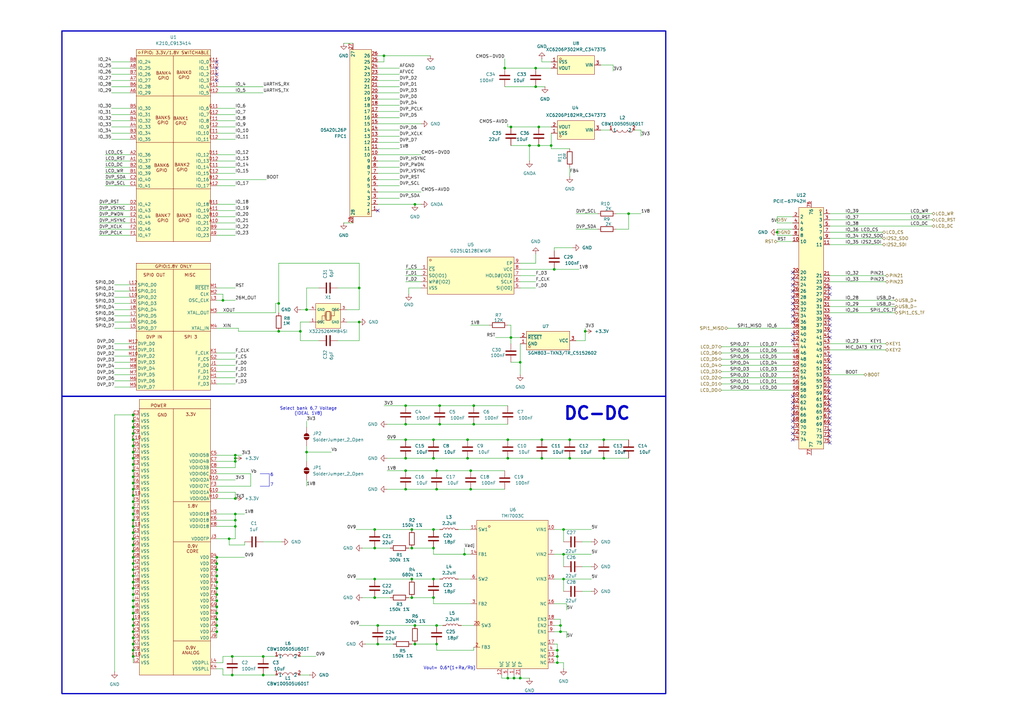
<source format=kicad_sch>
(kicad_sch (version 20250114) (generator "eeschema") (generator_version "9.0")
  (paper "A3")
  (rectangle (start 25.4 12.7) (end 273.05 162.56) (stroke (width 0.508)))
  (rectangle (start 25.4 162.56) (end 273.05 284.48) (stroke (width 0.508)))
  (text "6\n\n7\n" (at 111.506 196.85 0) (effects (font (size 1.27 1.27))))
  (text "Select bank 6,7 Voltage\n(IDEAL 1V8)" (at 126.492 168.656 0) (effects (font (size 1.27 1.27))))
  (text "DC-DC" (at 244.856 169.672 0) (effects (font (size 5.08 5.08) (thickness 1.016) (bold yes))))
  (text "Vout= 0.6*(1+Ra/Rb)" (at 184.404 274.066 0) (effects (font (size 1.27 1.27))))
  (junction (at 54.61 236.22))
  (junction (at 233.68 180.34))
  (junction (at 96.52 213.36))
  (junction (at 88.9 231.14))
  (junction (at 168.91 217.17))
  (junction (at 177.8 237.49))
  (junction (at 208.28 180.34))
  (junction (at 54.61 266.7))
  (junction (at 170.18 83.82))
  (junction (at 318.77 95.25))
  (junction (at 147.32 132.08))
  (junction (at 228.6 266.7))
  (junction (at 208.28 187.96))
  (junction (at 88.9 259.08))
  (junction (at 125.73 127))
  (junction (at 207.01 27.94))
  (junction (at 54.61 180.34))
  (junction (at 168.91 245.11))
  (junction (at 54.61 261.62))
  (junction (at 153.67 224.79))
  (junction (at 177.8 217.17))
  (junction (at 54.61 241.3))
  (junction (at 88.9 254))
  (junction (at 194.31 173.99))
  (junction (at 107.95 276.86))
  (junction (at 208.28 278.13))
  (junction (at 88.9 251.46))
  (junction (at 96.52 204.47))
  (junction (at 54.61 233.68))
  (junction (at 210.82 278.13))
  (junction (at 88.9 241.3))
  (junction (at 54.61 218.44))
  (junction (at 54.61 220.98))
  (junction (at 54.61 193.04))
  (junction (at 166.37 193.04))
  (junction (at 54.61 200.66))
  (junction (at 54.61 185.42))
  (junction (at 54.61 175.26))
  (junction (at 54.61 226.06))
  (junction (at 180.34 173.99))
  (junction (at 257.81 87.63))
  (junction (at 93.98 220.98))
  (junction (at 177.8 187.96))
  (junction (at 88.9 236.22))
  (junction (at 54.61 203.2))
  (junction (at 247.65 180.34))
  (junction (at 54.61 264.16))
  (junction (at 247.65 187.96))
  (junction (at 107.95 269.24))
  (junction (at 179.07 256.54))
  (junction (at 190.5 227.33))
  (junction (at 219.71 27.94))
  (junction (at 168.91 237.49))
  (junction (at 166.37 187.96))
  (junction (at 170.18 264.16))
  (junction (at 54.61 246.38))
  (junction (at 222.25 180.34))
  (junction (at 54.61 259.08))
  (junction (at 147.32 118.11))
  (junction (at 54.61 190.5))
  (junction (at 166.37 200.66))
  (junction (at 166.37 166.37))
  (junction (at 226.06 59.69))
  (junction (at 54.61 251.46))
  (junction (at 54.61 170.18))
  (junction (at 54.61 205.74))
  (junction (at 88.9 248.92))
  (junction (at 88.9 238.76))
  (junction (at 179.07 200.66))
  (junction (at 54.61 208.28))
  (junction (at 54.61 243.84))
  (junction (at 180.34 166.37))
  (junction (at 153.67 217.17))
  (junction (at 179.07 264.16))
  (junction (at 153.67 245.11))
  (junction (at 229.87 259.08))
  (junction (at 54.61 256.54))
  (junction (at 54.61 254))
  (junction (at 191.77 187.96))
  (junction (at 194.31 166.37))
  (junction (at 114.3 124.46))
  (junction (at 54.61 269.24))
  (junction (at 168.91 224.79))
  (junction (at 88.9 233.68))
  (junction (at 95.25 276.86))
  (junction (at 54.61 177.8))
  (junction (at 191.77 180.34))
  (junction (at 193.04 200.66))
  (junction (at 54.61 213.36))
  (junction (at 88.9 243.84))
  (junction (at 213.36 278.13))
  (junction (at 217.17 59.69))
  (junction (at 95.25 269.24))
  (junction (at 96.52 215.9))
  (junction (at 96.52 189.23))
  (junction (at 227.33 110.49))
  (junction (at 231.14 237.49))
  (junction (at 54.61 238.76))
  (junction (at 123.19 135.89))
  (junction (at 88.9 256.54))
  (junction (at 219.71 35.56))
  (junction (at 193.04 193.04))
  (junction (at 54.61 228.6))
  (junction (at 125.73 185.42))
  (junction (at 157.48 22.86))
  (junction (at 240.03 135.89))
  (junction (at 229.87 256.54))
  (junction (at 88.9 246.38))
  (junction (at 54.61 172.72))
  (junction (at 177.8 245.11))
  (junction (at 209.55 52.07))
  (junction (at 54.61 198.12))
  (junction (at 177.8 180.34))
  (junction (at 153.67 237.49))
  (junction (at 222.25 187.96))
  (junction (at 54.61 248.92))
  (junction (at 233.68 187.96))
  (junction (at 220.98 52.07))
  (junction (at 54.61 195.58))
  (junction (at 96.52 210.82))
  (junction (at 166.37 180.34))
  (junction (at 54.61 210.82))
  (junction (at 228.6 269.24))
  (junction (at 54.61 215.9))
  (junction (at 114.3 135.89))
  (junction (at 213.36 148.59))
  (junction (at 231.14 217.17))
  (junction (at 177.8 224.79))
  (junction (at 166.37 173.99))
  (junction (at 96.52 186.69))
  (junction (at 154.94 256.54))
  (junction (at 88.9 228.6))
  (junction (at 54.61 182.88))
  (junction (at 154.94 264.16))
  (junction (at 209.55 138.43))
  (junction (at 231.14 227.33))
  (junction (at 170.18 256.54))
  (junction (at 179.07 193.04))
  (junction (at 54.61 231.14))
  (junction (at 228.6 271.78))
  (junction (at 96.52 187.96))
  (junction (at 220.98 59.69))
  (junction (at 91.44 123.19))
  (junction (at 54.61 187.96))
  (junction (at 54.61 223.52))
  (no_connect (at 340.36 181.61))
  (no_connect (at 325.12 127))
  (no_connect (at 340.36 163.83))
  (no_connect (at 325.12 170.18))
  (no_connect (at 325.12 180.34))
  (no_connect (at 325.12 175.26))
  (no_connect (at 340.36 118.11))
  (no_connect (at 340.36 135.89))
  (no_connect (at 325.12 132.08))
  (no_connect (at 325.12 167.64))
  (no_connect (at 340.36 148.59))
  (no_connect (at 340.36 173.99))
  (no_connect (at 325.12 177.8))
  (no_connect (at 340.36 156.21))
  (no_connect (at 340.36 176.53))
  (no_connect (at 340.36 146.05))
  (no_connect (at 88.9 27.94))
  (no_connect (at 88.9 33.02))
  (no_connect (at 340.36 168.91))
  (no_connect (at 325.12 165.1))
  (no_connect (at 340.36 151.13))
  (no_connect (at 340.36 130.81))
  (no_connect (at 325.12 172.72))
  (no_connect (at 325.12 129.54))
  (no_connect (at 340.36 166.37))
  (no_connect (at 340.36 120.65))
  (no_connect (at 340.36 179.07))
  (no_connect (at 340.36 133.35))
  (no_connect (at 340.36 161.29))
  (no_connect (at 325.12 162.56))
  (no_connect (at 340.36 158.75))
  (no_connect (at 325.12 116.84))
  (no_connect (at 325.12 137.16))
  (no_connect (at 325.12 119.38))
  (no_connect (at 325.12 121.92))
  (no_connect (at 340.36 171.45))
  (no_connect (at 88.9 25.4))
  (no_connect (at 325.12 139.7))
  (no_connect (at 340.36 138.43))
  (no_connect (at 154.94 86.36))
  (no_connect (at 325.12 124.46))
  (no_connect (at 88.9 30.48))
  (no_connect (at 325.12 111.76))
  (no_connect (at 325.12 114.3))
  (wire (pts (xy 177.8 180.34) (xy 191.77 180.34)))
  (wire (pts (xy 46.99 170.18) (xy 54.61 170.18)))
  (wire (pts (xy 167.64 120.65) (xy 167.64 118.11)))
  (wire (pts (xy 217.17 278.13) (xy 213.36 278.13)))
  (wire (pts (xy 54.61 200.66) (xy 54.61 198.12)))
  (wire (pts (xy 45.72 49.53) (xy 53.34 49.53)))
  (wire (pts (xy 219.71 35.56) (xy 207.01 35.56)))
  (wire (pts (xy 177.8 227.33) (xy 177.8 224.79)))
  (wire (pts (xy 251.46 26.67) (xy 251.46 29.21)))
  (wire (pts (xy 125.73 182.88) (xy 125.73 185.42)))
  (wire (pts (xy 88.9 210.82) (xy 96.52 210.82)))
  (wire (pts (xy 295.91 149.86) (xy 325.12 149.86)))
  (wire (pts (xy 177.8 187.96) (xy 191.77 187.96)))
  (wire (pts (xy 97.79 134.62) (xy 97.79 135.89)))
  (wire (pts (xy 217.17 59.69) (xy 217.17 66.04)))
  (wire (pts (xy 318.77 91.44) (xy 325.12 91.44)))
  (wire (pts (xy 154.94 33.02) (xy 163.83 33.02)))
  (wire (pts (xy 205.74 278.13) (xy 208.28 278.13)))
  (wire (pts (xy 46.99 124.46) (xy 53.34 124.46)))
  (wire (pts (xy 187.96 237.49) (xy 193.04 237.49)))
  (wire (pts (xy 54.61 208.28) (xy 54.61 205.74)))
  (wire (pts (xy 213.36 115.57) (xy 219.71 115.57)))
  (wire (pts (xy 226.06 54.61) (xy 226.06 59.69)))
  (wire (pts (xy 95.25 269.24) (xy 107.95 269.24)))
  (wire (pts (xy 194.31 173.99) (xy 208.28 173.99)))
  (wire (pts (xy 88.9 228.6) (xy 88.9 231.14)))
  (wire (pts (xy 190.5 224.79) (xy 190.5 227.33)))
  (wire (pts (xy 219.71 107.95) (xy 219.71 104.14)))
  (wire (pts (xy 123.19 269.24) (xy 129.54 269.24)))
  (wire (pts (xy 154.94 50.8) (xy 172.72 50.8)))
  (wire (pts (xy 88.9 49.53) (xy 96.52 49.53)))
  (wire (pts (xy 88.9 274.32) (xy 91.44 274.32)))
  (wire (pts (xy 54.61 248.92) (xy 54.61 246.38)))
  (wire (pts (xy 54.61 261.62) (xy 54.61 259.08)))
  (wire (pts (xy 252.73 87.63) (xy 257.81 87.63)))
  (wire (pts (xy 153.67 237.49) (xy 168.91 237.49)))
  (wire (pts (xy 251.46 26.67) (xy 246.38 26.67)))
  (wire (pts (xy 340.36 92.71) (xy 382.27 92.71)))
  (wire (pts (xy 154.94 25.4) (xy 157.48 25.4)))
  (wire (pts (xy 114.3 135.89) (xy 123.19 135.89)))
  (wire (pts (xy 340.36 115.57) (xy 363.22 115.57)))
  (wire (pts (xy 113.03 128.27) (xy 113.03 124.46)))
  (wire (pts (xy 223.52 35.56) (xy 219.71 35.56)))
  (wire (pts (xy 46.99 140.97) (xy 53.34 140.97)))
  (wire (pts (xy 154.94 66.04) (xy 163.83 66.04)))
  (wire (pts (xy 166.37 110.49) (xy 172.72 110.49)))
  (wire (pts (xy 140.97 91.44) (xy 144.78 91.44)))
  (wire (pts (xy 46.99 127) (xy 53.34 127)))
  (wire (pts (xy 229.87 259.08) (xy 232.41 259.08)))
  (wire (pts (xy 220.98 52.07) (xy 226.06 52.07)))
  (wire (pts (xy 96.52 54.61) (xy 88.9 54.61)))
  (wire (pts (xy 43.18 76.2) (xy 53.34 76.2)))
  (wire (pts (xy 88.9 213.36) (xy 96.52 213.36)))
  (wire (pts (xy 40.64 86.36) (xy 53.34 86.36)))
  (wire (pts (xy 46.99 156.21) (xy 53.34 156.21)))
  (wire (pts (xy 213.36 113.03) (xy 219.71 113.03)))
  (wire (pts (xy 246.38 53.34) (xy 250.19 53.34)))
  (wire (pts (xy 193.04 247.65) (xy 177.8 247.65)))
  (wire (pts (xy 88.9 254) (xy 88.9 256.54)))
  (wire (pts (xy 54.61 246.38) (xy 54.61 243.84)))
  (wire (pts (xy 54.61 205.74) (xy 54.61 203.2)))
  (wire (pts (xy 231.14 271.78) (xy 231.14 274.32)))
  (wire (pts (xy 88.9 201.93) (xy 96.52 201.93)))
  (wire (pts (xy 45.72 33.02) (xy 53.34 33.02)))
  (wire (pts (xy 147.32 256.54) (xy 154.94 256.54)))
  (wire (pts (xy 107.95 269.24) (xy 113.03 269.24)))
  (wire (pts (xy 96.52 201.93) (xy 96.52 204.47)))
  (wire (pts (xy 123.19 276.86) (xy 127 276.86)))
  (wire (pts (xy 154.94 48.26) (xy 163.83 48.26)))
  (wire (pts (xy 208.28 278.13) (xy 208.28 276.86)))
  (wire (pts (xy 166.37 113.03) (xy 172.72 113.03)))
  (wire (pts (xy 233.68 68.58) (xy 233.68 72.39)))
  (wire (pts (xy 54.61 223.52) (xy 54.61 220.98)))
  (wire (pts (xy 340.36 95.25) (xy 361.95 95.25)))
  (wire (pts (xy 40.64 91.44) (xy 53.34 91.44)))
  (wire (pts (xy 54.61 203.2) (xy 54.61 200.66)))
  (wire (pts (xy 146.05 237.49) (xy 153.67 237.49)))
  (wire (pts (xy 96.52 52.07) (xy 88.9 52.07)))
  (wire (pts (xy 340.36 128.27) (xy 367.03 128.27)))
  (wire (pts (xy 318.77 96.52) (xy 325.12 96.52)))
  (wire (pts (xy 295.91 152.4) (xy 325.12 152.4)))
  (wire (pts (xy 107.95 276.86) (xy 113.03 276.86)))
  (wire (pts (xy 96.52 57.15) (xy 88.9 57.15)))
  (wire (pts (xy 147.32 118.11) (xy 147.32 127)))
  (wire (pts (xy 193.04 133.35) (xy 200.66 133.35)))
  (wire (pts (xy 88.9 157.48) (xy 96.52 157.48)))
  (wire (pts (xy 208.28 50.8) (xy 208.28 52.07)))
  (wire (pts (xy 88.9 231.14) (xy 88.9 233.68)))
  (wire (pts (xy 170.18 256.54) (xy 179.07 256.54)))
  (wire (pts (xy 46.99 119.38) (xy 53.34 119.38)))
  (wire (pts (xy 228.6 269.24) (xy 228.6 266.7)))
  (wire (pts (xy 91.44 276.86) (xy 91.44 274.32)))
  (wire (pts (xy 247.65 187.96) (xy 257.81 187.96)))
  (wire (pts (xy 168.91 264.16) (xy 170.18 264.16)))
  (wire (pts (xy 325.12 93.98) (xy 318.77 93.98)))
  (wire (pts (xy 232.41 259.08) (xy 232.41 261.62)))
  (wire (pts (xy 209.55 52.07) (xy 220.98 52.07)))
  (wire (pts (xy 54.61 220.98) (xy 54.61 218.44)))
  (wire (pts (xy 91.44 120.65) (xy 91.44 123.19)))
  (wire (pts (xy 228.6 264.16) (xy 227.33 264.16)))
  (wire (pts (xy 236.22 139.7) (xy 240.03 139.7)))
  (wire (pts (xy 154.94 45.72) (xy 163.83 45.72)))
  (wire (pts (xy 54.61 233.68) (xy 54.61 231.14)))
  (wire (pts (xy 147.32 127) (xy 142.24 127)))
  (wire (pts (xy 40.64 93.98) (xy 53.34 93.98)))
  (wire (pts (xy 54.61 177.8) (xy 54.61 175.26)))
  (wire (pts (xy 96.52 186.69) (xy 96.52 187.96)))
  (wire (pts (xy 40.64 83.82) (xy 53.34 83.82)))
  (wire (pts (xy 208.28 133.35) (xy 209.55 133.35)))
  (wire (pts (xy 234.95 101.6) (xy 227.33 101.6)))
  (wire (pts (xy 318.77 88.9) (xy 325.12 88.9)))
  (wire (pts (xy 142.24 132.08) (xy 147.32 132.08)))
  (wire (pts (xy 154.94 38.1) (xy 163.83 38.1)))
  (wire (pts (xy 233.68 187.96) (xy 247.65 187.96)))
  (wire (pts (xy 340.36 140.97) (xy 363.22 140.97)))
  (polyline (pts (xy 110.49 194.31) (xy 110.49 199.39)))
  (wire (pts (xy 154.94 81.28) (xy 163.83 81.28)))
  (wire (pts (xy 340.36 87.63) (xy 382.27 87.63)))
  (wire (pts (xy 226.06 59.69) (xy 226.06 60.96)))
  (wire (pts (xy 222.25 25.4) (xy 222.25 24.13)))
  (wire (pts (xy 88.9 128.27) (xy 113.03 128.27)))
  (wire (pts (xy 88.9 118.11) (xy 96.52 118.11)))
  (wire (pts (xy 222.25 180.34) (xy 233.68 180.34)))
  (wire (pts (xy 194.31 265.43) (xy 194.31 266.7)))
  (wire (pts (xy 54.61 256.54) (xy 54.61 254)))
  (wire (pts (xy 148.59 245.11) (xy 153.67 245.11)))
  (wire (pts (xy 88.9 248.92) (xy 88.9 251.46)))
  (wire (pts (xy 227.33 217.17) (xy 231.14 217.17)))
  (wire (pts (xy 247.65 180.34) (xy 257.81 180.34)))
  (wire (pts (xy 125.73 172.72) (xy 125.73 175.26)))
  (wire (pts (xy 46.99 148.59) (xy 53.34 148.59)))
  (wire (pts (xy 88.9 86.36) (xy 96.52 86.36)))
  (wire (pts (xy 114.3 124.46) (xy 114.3 128.27)))
  (wire (pts (xy 179.07 200.66) (xy 193.04 200.66)))
  (wire (pts (xy 229.87 259.08) (xy 229.87 256.54)))
  (wire (pts (xy 167.64 245.11) (xy 168.91 245.11)))
  (wire (pts (xy 157.48 25.4) (xy 157.48 22.86)))
  (wire (pts (xy 93.98 223.52) (xy 100.33 223.52)))
  (wire (pts (xy 125.73 196.85) (xy 125.73 199.39)))
  (wire (pts (xy 340.36 97.79) (xy 361.95 97.79)))
  (wire (pts (xy 229.87 256.54) (xy 229.87 254)))
  (wire (pts (xy 154.94 68.58) (xy 163.83 68.58)))
  (wire (pts (xy 107.95 222.25) (xy 115.57 222.25)))
  (wire (pts (xy 166.37 173.99) (xy 158.75 173.99)))
  (wire (pts (xy 208.28 187.96) (xy 222.25 187.96)))
  (wire (pts (xy 240.03 139.7) (xy 240.03 135.89)))
  (wire (pts (xy 88.9 144.78) (xy 96.52 144.78)))
  (wire (pts (xy 88.9 91.44) (xy 96.52 91.44)))
  (wire (pts (xy 88.9 71.12) (xy 96.52 71.12)))
  (wire (pts (xy 88.9 256.54) (xy 88.9 259.08)))
  (wire (pts (xy 203.2 138.43) (xy 209.55 138.43)))
  (wire (pts (xy 46.99 275.59) (xy 46.99 170.18)))
  (wire (pts (xy 154.94 53.34) (xy 163.83 53.34)))
  (wire (pts (xy 148.59 224.79) (xy 153.67 224.79)))
  (wire (pts (xy 340.36 100.33) (xy 361.95 100.33)))
  (wire (pts (xy 227.33 110.49) (xy 237.49 110.49)))
  (wire (pts (xy 228.6 271.78) (xy 228.6 269.24)))
  (wire (pts (xy 210.82 278.13) (xy 210.82 276.86)))
  (wire (pts (xy 154.94 264.16) (xy 161.29 264.16)))
  (wire (pts (xy 153.67 217.17) (xy 168.91 217.17)))
  (wire (pts (xy 54.61 251.46) (xy 54.61 248.92)))
  (wire (pts (xy 54.61 185.42) (xy 54.61 182.88)))
  (wire (pts (xy 222.25 25.4) (xy 226.06 25.4)))
  (wire (pts (xy 88.9 123.19) (xy 91.44 123.19)))
  (wire (pts (xy 298.45 134.62) (xy 325.12 134.62)))
  (wire (pts (xy 54.61 254) (xy 54.61 251.46)))
  (wire (pts (xy 179.07 266.7) (xy 179.07 264.16)))
  (wire (pts (xy 93.98 220.98) (xy 93.98 223.52)))
  (wire (pts (xy 177.8 237.49) (xy 180.34 237.49)))
  (wire (pts (xy 193.04 200.66) (xy 207.01 200.66)))
  (wire (pts (xy 191.77 180.34) (xy 208.28 180.34)))
  (wire (pts (xy 168.91 237.49) (xy 177.8 237.49)))
  (wire (pts (xy 88.9 241.3) (xy 88.9 243.84)))
  (wire (pts (xy 154.94 63.5) (xy 172.72 63.5)))
  (wire (pts (xy 88.9 236.22) (xy 88.9 238.76)))
  (wire (pts (xy 227.33 271.78) (xy 228.6 271.78)))
  (wire (pts (xy 166.37 193.04) (xy 179.07 193.04)))
  (wire (pts (xy 177.8 217.17) (xy 180.34 217.17)))
  (wire (pts (xy 88.9 233.68) (xy 88.9 236.22)))
  (wire (pts (xy 125.73 185.42) (xy 125.73 189.23)))
  (wire (pts (xy 209.55 148.59) (xy 213.36 148.59)))
  (wire (pts (xy 146.05 217.17) (xy 153.67 217.17)))
  (wire (pts (xy 231.14 222.25) (xy 231.14 217.17)))
  (wire (pts (xy 232.41 247.65) (xy 232.41 250.19)))
  (wire (pts (xy 166.37 115.57) (xy 172.72 115.57)))
  (wire (pts (xy 238.76 222.25) (xy 242.57 222.25)))
  (wire (pts (xy 260.35 53.34) (xy 262.89 53.34)))
  (wire (pts (xy 180.34 166.37) (xy 194.31 166.37)))
  (wire (pts (xy 95.25 276.86) (xy 91.44 276.86)))
  (wire (pts (xy 295.91 157.48) (xy 325.12 157.48)))
  (wire (pts (xy 96.52 210.82) (xy 96.52 213.36)))
  (wire (pts (xy 138.43 139.7) (xy 147.32 139.7)))
  (wire (pts (xy 238.76 232.41) (xy 242.57 232.41)))
  (wire (pts (xy 154.94 55.88) (xy 163.83 55.88)))
  (wire (pts (xy 88.9 149.86) (xy 96.52 149.86)))
  (wire (pts (xy 54.61 213.36) (xy 54.61 210.82)))
  (wire (pts (xy 158.75 180.34) (xy 166.37 180.34)))
  (wire (pts (xy 177.8 247.65) (xy 177.8 245.11)))
  (wire (pts (xy 113.03 124.46) (xy 114.3 124.46)))
  (wire (pts (xy 227.33 259.08) (xy 229.87 259.08)))
  (wire (pts (xy 340.36 123.19) (xy 367.03 123.19)))
  (wire (pts (xy 208.28 180.34) (xy 222.25 180.34)))
  (wire (pts (xy 227.33 256.54) (xy 229.87 256.54)))
  (wire (pts (xy 88.9 246.38) (xy 88.9 248.92)))
  (wire (pts (xy 205.74 276.86) (xy 205.74 278.13)))
  (wire (pts (xy 154.94 71.12) (xy 163.83 71.12)))
  (wire (pts (xy 154.94 256.54) (xy 170.18 256.54)))
  (wire (pts (xy 88.9 199.39) (xy 102.87 199.39)))
  (wire (pts (xy 231.14 237.49) (xy 242.57 237.49)))
  (wire (pts (xy 228.6 266.7) (xy 228.6 264.16)))
  (wire (pts (xy 180.34 173.99) (xy 194.31 173.99)))
  (wire (pts (xy 257.81 87.63) (xy 257.81 93.98)))
  (wire (pts (xy 123.19 127) (xy 125.73 127)))
  (wire (pts (xy 228.6 271.78) (xy 231.14 271.78)))
  (wire (pts (xy 193.04 193.04) (xy 207.01 193.04)))
  (wire (pts (xy 227.33 237.49) (xy 231.14 237.49)))
  (wire (pts (xy 43.18 73.66) (xy 53.34 73.66)))
  (wire (pts (xy 318.77 95.25) (xy 318.77 96.52)))
  (wire (pts (xy 45.72 54.61) (xy 53.34 54.61)))
  (wire (pts (xy 54.61 264.16) (xy 54.61 261.62)))
  (wire (pts (xy 46.99 132.08) (xy 53.34 132.08)))
  (wire (pts (xy 193.04 227.33) (xy 190.5 227.33)))
  (wire (pts (xy 40.64 96.52) (xy 53.34 96.52)))
  (wire (pts (xy 88.9 186.69) (xy 96.52 186.69)))
  (wire (pts (xy 88.9 243.84) (xy 88.9 246.38)))
  (wire (pts (xy 88.9 35.56) (xy 107.95 35.56)))
  (wire (pts (xy 88.9 196.85) (xy 96.52 196.85)))
  (wire (pts (xy 88.9 204.47) (xy 96.52 204.47)))
  (wire (pts (xy 154.94 35.56) (xy 163.83 35.56)))
  (wire (pts (xy 213.36 110.49) (xy 227.33 110.49)))
  (wire (pts (xy 154.94 76.2) (xy 163.83 76.2)))
  (wire (pts (xy 95.25 276.86) (xy 107.95 276.86)))
  (wire (pts (xy 213.36 107.95) (xy 219.71 107.95)))
  (wire (pts (xy 208.28 278.13) (xy 210.82 278.13)))
  (wire (pts (xy 295.91 160.02) (xy 325.12 160.02)))
  (wire (pts (xy 46.99 151.13) (xy 53.34 151.13)))
  (wire (pts (xy 318.77 88.9) (xy 318.77 91.44)))
  (wire (pts (xy 227.33 101.6) (xy 227.33 102.87)))
  (wire (pts (xy 295.91 144.78) (xy 325.12 144.78)))
  (wire (pts (xy 88.9 194.31) (xy 102.87 194.31)))
  (wire (pts (xy 88.9 189.23) (xy 96.52 189.23)))
  (wire (pts (xy 168.91 245.11) (xy 177.8 245.11)))
  (wire (pts (xy 147.32 118.11) (xy 147.32 107.95)))
  (wire (pts (xy 207.01 24.13) (xy 207.01 27.94)))
  (wire (pts (xy 153.67 245.11) (xy 160.02 245.11)))
  (wire (pts (xy 154.94 40.64) (xy 163.83 40.64)))
  (wire (pts (xy 88.9 220.98) (xy 93.98 220.98)))
  (wire (pts (xy 209.55 138.43) (xy 213.36 138.43)))
  (wire (pts (xy 43.18 66.04) (xy 53.34 66.04)))
  (wire (pts (xy 154.94 73.66) (xy 163.83 73.66)))
  (wire (pts (xy 154.94 78.74) (xy 172.72 78.74)))
  (wire (pts (xy 54.61 210.82) (xy 54.61 208.28)))
  (wire (pts (xy 138.43 118.11) (xy 147.32 118.11)))
  (wire (pts (xy 229.87 254) (xy 227.33 254)))
  (wire (pts (xy 45.72 38.1) (xy 53.34 38.1)))
  (wire (pts (xy 54.61 182.88) (xy 54.61 180.34)))
  (wire (pts (xy 54.61 271.78) (xy 54.61 269.24)))
  (wire (pts (xy 209.55 133.35) (xy 209.55 138.43)))
  (wire (pts (xy 227.33 247.65) (xy 232.41 247.65)))
  (wire (pts (xy 88.9 228.6) (xy 100.33 228.6)))
  (wire (pts (xy 40.64 88.9) (xy 53.34 88.9)))
  (wire (pts (xy 154.94 83.82) (xy 170.18 83.82)))
  (wire (pts (xy 127 127) (xy 125.73 127)))
  (wire (pts (xy 54.61 241.3) (xy 54.61 238.76)))
  (wire (pts (xy 88.9 134.62) (xy 97.79 134.62)))
  (wire (pts (xy 96.52 215.9) (xy 96.52 220.98)))
  (wire (pts (xy 123.19 139.7) (xy 123.19 135.89)))
  (wire (pts (xy 96.52 220.98) (xy 93.98 220.98)))
  (wire (pts (xy 227.33 227.33) (xy 231.14 227.33)))
  (wire (pts (xy 127 132.08) (xy 123.19 132.08)))
  (wire (pts (xy 88.9 152.4) (xy 96.52 152.4)))
  (wire (pts (xy 157.48 166.37) (xy 166.37 166.37)))
  (wire (pts (xy 220.98 59.69) (xy 226.06 59.69)))
  (wire (pts (xy 54.61 187.96) (xy 54.61 185.42)))
  (wire (pts (xy 54.61 236.22) (xy 54.61 233.68)))
  (wire (pts (xy 240.03 135.89) (xy 240.03 134.62)))
  (wire (pts (xy 295.91 147.32) (xy 325.12 147.32)))
  (wire (pts (xy 226.06 27.94) (xy 219.71 27.94)))
  (wire (pts (xy 233.68 180.34) (xy 247.65 180.34)))
  (wire (pts (xy 45.72 44.45) (xy 53.34 44.45)))
  (wire (pts (xy 100.33 223.52) (xy 100.33 222.25)))
  (wire (pts (xy 54.61 266.7) (xy 54.61 264.16)))
  (wire (pts (xy 340.36 153.67) (xy 354.33 153.67)))
  (wire (pts (xy 54.61 215.9) (xy 54.61 213.36)))
  (wire (pts (xy 88.9 68.58) (xy 96.52 68.58)))
  (wire (pts (xy 187.96 217.17) (xy 193.04 217.17)))
  (wire (pts (xy 88.9 73.66) (xy 109.22 73.66)))
  (wire (pts (xy 191.77 187.96) (xy 208.28 187.96)))
  (wire (pts (xy 154.94 58.42) (xy 163.83 58.42)))
  (wire (pts (xy 88.9 147.32) (xy 96.52 147.32)))
  (wire (pts (xy 88.9 154.94) (xy 96.52 154.94)))
  (wire (pts (xy 154.94 22.86) (xy 157.48 22.86)))
  (wire (pts (xy 43.18 63.5) (xy 53.34 63.5)))
  (wire (pts (xy 147.32 107.95) (xy 114.3 107.95)))
  (wire (pts (xy 96.52 187.96) (xy 96.52 189.23)))
  (wire (pts (xy 318.77 99.06) (xy 325.12 99.06)))
  (wire (pts (xy 45.72 52.07) (xy 53.34 52.07)))
  (wire (pts (xy 340.36 125.73) (xy 367.03 125.73)))
  (wire (pts (xy 295.91 154.94) (xy 325.12 154.94)))
  (wire (pts (xy 340.36 90.17) (xy 382.27 90.17)))
  (wire (pts (xy 168.91 217.17) (xy 177.8 217.17)))
  (wire (pts (xy 194.31 266.7) (xy 179.07 266.7)))
  (wire (pts (xy 167.64 224.79) (xy 168.91 224.79)))
  (wire (pts (xy 147.32 139.7) (xy 147.32 132.08)))
  (wire (pts (xy 158.75 193.04) (xy 166.37 193.04)))
  (wire (pts (xy 157.48 22.86) (xy 176.53 22.86)))
  (wire (pts (xy 88.9 120.65) (xy 91.44 120.65)))
  (wire (pts (xy 154.94 30.48) (xy 163.83 30.48)))
  (wire (pts (xy 96.52 189.23) (xy 96.52 191.77)))
  (wire (pts (xy 54.61 193.04) (xy 54.61 190.5)))
  (wire (pts (xy 166.37 187.96) (xy 158.75 187.96)))
  (wire (pts (xy 231.14 227.33) (xy 242.57 227.33)))
  (wire (pts (xy 88.9 215.9) (xy 96.52 215.9)))
  (wire (pts (xy 227.33 269.24) (xy 228.6 269.24)))
  (wire (pts (xy 213.36 118.11) (xy 219.71 118.11)))
  (wire (pts (xy 154.94 60.96) (xy 163.83 60.96)))
  (wire (pts (xy 100.33 210.82) (xy 96.52 210.82)))
  (wire (pts (xy 217.17 59.69) (xy 220.98 59.69)))
  (wire (pts (xy 179.07 256.54) (xy 181.61 256.54)))
  (wire (pts (xy 46.99 134.62) (xy 53.34 134.62)))
  (wire (pts (xy 88.9 191.77) (xy 96.52 191.77)))
  (wire (pts (xy 231.14 217.17) (xy 242.57 217.17)))
  (wire (pts (xy 46.99 129.54) (xy 53.34 129.54)))
  (wire (pts (xy 140.97 17.78) (xy 144.78 17.78)))
  (wire (pts (xy 54.61 259.08) (xy 54.61 256.54)))
  (polyline (pts (xy 106.68 194.31) (xy 110.49 194.31)))
  (wire (pts (xy 125.73 118.11) (xy 125.73 127)))
  (wire (pts (xy 45.72 35.56) (xy 53.34 35.56)))
  (wire (pts (xy 153.67 224.79) (xy 160.02 224.79)))
  (wire (pts (xy 88.9 83.82) (xy 96.52 83.82)))
  (wire (pts (xy 54.61 180.34) (xy 54.61 177.8)))
  (wire (pts (xy 54.61 190.5) (xy 54.61 187.96)))
  (wire (pts (xy 43.18 68.58) (xy 53.34 68.58)))
  (wire (pts (xy 88.9 96.52) (xy 96.52 96.52)))
  (wire (pts (xy 213.36 148.59) (xy 213.36 153.67)))
  (wire (pts (xy 227.33 266.7) (xy 228.6 266.7)))
  (wire (pts (xy 149.86 264.16) (xy 154.94 264.16)))
  (wire (pts (xy 88.9 259.08) (xy 88.9 261.62)))
  (wire (pts (xy 209.55 138.43) (xy 209.55 140.97)))
  (wire (pts (xy 170.18 264.16) (xy 179.07 264.16)))
  (wire (pts (xy 190.5 227.33) (xy 177.8 227.33)))
  (wire (pts (xy 222.25 187.96) (xy 233.68 187.96)))
  (wire (pts (xy 262.89 55.88) (xy 262.89 53.34)))
  (wire (pts (xy 88.9 88.9) (xy 96.52 88.9)))
  (polyline (pts (xy 106.68 199.39) (xy 110.49 199.39)))
  (wire (pts (xy 54.61 231.14) (xy 54.61 228.6)))
  (wire (pts (xy 238.76 242.57) (xy 242.57 242.57)))
  (wire (pts (xy 45.72 25.4) (xy 53.34 25.4)))
  (wire (pts (xy 45.72 27.94) (xy 53.34 27.94)))
  (wire (pts (xy 166.37 200.66) (xy 179.07 200.66)))
  (wire (pts (xy 96.52 186.69) (xy 99.06 186.69)))
  (wire (pts (xy 231.14 227.33) (xy 231.14 232.41)))
  (wire (pts (xy 88.9 46.99) (xy 96.52 46.99)))
  (wire (pts (xy 88.9 251.46) (xy 88.9 254)))
  (wire (pts (xy 123.19 135.89) (xy 123.19 132.08)))
  (wire (pts (xy 97.79 135.89) (xy 114.3 135.89)))
  (wire (pts (xy 295.91 142.24) (xy 325.12 142.24)))
  (wire (pts (xy 166.37 173.99) (xy 180.34 173.99)))
  (wire (pts (xy 166.37 166.37) (xy 180.34 166.37)))
  (wire (pts (xy 236.22 93.98) (xy 245.11 93.98)))
  (wire (pts (xy 170.18 83.82) (xy 172.72 83.82)))
  (wire (pts (xy 219.71 27.94) (xy 207.01 27.94)))
  (wire (pts (xy 54.61 195.58) (xy 54.61 193.04)))
  (wire (pts (xy 208.28 52.07) (xy 209.55 52.07)))
  (wire (pts (xy 46.99 158.75) (xy 53.34 158.75)))
  (wire (pts (xy 54.61 243.84) (xy 54.61 241.3)))
  (wire (pts (xy 46.99 121.92) (xy 53.34 121.92)))
  (wire (pts (xy 96.52 213.36) (xy 96.52 215.9)))
  (wire (pts (xy 43.18 71.12) (xy 53.34 71.12)))
  (wire (pts (xy 340.36 113.03) (xy 363.22 113.03)))
  (wire (pts (xy 210.82 278.13) (xy 213.36 278.13)))
  (wire (pts (xy 88.9 66.04) (xy 96.52 66.04)))
  (wire (pts (xy 45.72 57.15) (xy 53.34 57.15)))
  (wire (pts (xy 88.9 238.76) (xy 88.9 241.3)))
  (wire (pts (xy 54.61 226.06) (xy 54.61 223.52)))
  (wire (pts (xy 91.44 271.78) (xy 91.44 269.24)))
  (wire (pts (xy 166.37 180.34) (xy 177.8 180.34)))
  (wire (pts (xy 46.99 116.84) (xy 53.34 116.84)))
  (wire (pts (xy 88.9 271.78) (xy 91.44 271.78)))
  (wire (pts (xy 102.87 199.39) (xy 102.87 194.31)))
  (wire (pts (xy 96.52 123.19) (xy 91.44 123.19)))
  (wire (pts (xy 257.81 93.98) (xy 252.73 93.98)))
  (wire (pts (xy 166.37 200.66) (xy 158.75 200.66)))
  (wire (pts (xy 114.3 107.95) (xy 114.3 124.46)))
  (wire (pts (xy 231.14 237.49) (xy 231.14 242.57)))
  (wire (pts (xy 46.99 153.67) (xy 53.34 153.67)))
  (wire (pts (xy 340.36 143.51) (xy 363.22 143.51)))
  (wire (pts (xy 166.37 187.96) (xy 177.8 187.96)))
  (wire (pts (xy 88.9 63.5) (xy 96.52 63.5)))
  (wire (pts (xy 236.22 87.63) (xy 245.11 87.63)))
  (wire (pts (xy 54.61 228.6) (xy 54.61 226.06)))
  (wire (pts (xy 45.72 46.99) (xy 53.34 46.99)))
  (wire (pts (xy 167.64 118.11) (xy 172.72 118.11)))
  (wire (pts (xy 88.9 93.98) (xy 96.52 93.98)))
  (wire (pts (xy 154.94 27.94) (xy 163.83 27.94)))
  (wire (pts (xy 213.36 278.13) (xy 213.36 276.86)))
  (wire (pts (xy 154.94 43.18) (xy 163.83 43.18)))
  (wire (pts (xy 45.72 30.48) (xy 53.34 30.48)))
  (wire (pts (xy 46.99 143.51) (xy 53.34 143.51)))
  (wire (pts (xy 54.61 218.44) (xy 54.61 215.9)))
  (wire (pts (xy 46.99 146.05) (xy 53.34 146.05)))
  (wire (pts (xy 91.44 269.24) (xy 95.25 269.24)))
  (wire (pts (xy 168.91 224.79) (xy 177.8 224.79)))
  (wire (pts (xy 213.36 140.97) (xy 213.36 148.59)))
  (wire (pts (xy 189.23 256.54) (xy 194.31 256.54)))
  (wire (pts (xy 54.61 175.26) (xy 54.61 172.72)))
  (wire (pts (xy 194.31 166.37) (xy 208.28 166.37)))
  (wire (pts (xy 130.81 139.7) (xy 123.19 139.7)))
  (wire (pts (xy 179.07 193.04) (xy 193.04 193.04)))
  (wire (pts (xy 318.77 93.98) (xy 318.77 95.25)))
  (wire (pts (xy 135.89 185.42) (xy 125.73 185.42)))
  (wire (pts (xy 257.81 87.63) (xy 262.89 87.63)))
  (wire (pts (xy 209.55 59.69) (xy 217.17 59.69)))
  (wire (pts (xy 88.9 38.1) (xy 107.95 38.1)))
  (wire (pts (xy 226.06 60.96) (xy 233.68 60.96)))
  (wire (pts (xy 88.9 44.45) (xy 96.52 44.45)))
  (wire (pts (xy 54.61 172.72) (xy 54.61 170.18)))
  (wire (pts (xy 54.61 238.76) (xy 54.61 236.22)))
  (wire (pts (xy 88.9 76.2) (xy 96.52 76.2)))
  (wire (pts (xy 125.73 118.11) (xy 130.81 118.11)))
  (wire (pts (xy 54.61 198.12) (xy 54.61 195.58)))
  (wire (pts (xy 54.61 269.24) (xy 54.61 266.7)))
  (label "IO_12" (at 96.52 63.5 0))
  (label "LCD_D7" (at 318.77 142.24 180))
  (label "PIN23" (at 356.87 115.57 0))
  (label "IO_36" (at 346.71 95.25 0))
  (label "DVP_PCLK" (at 163.83 45.72 0))
  (label "LCD_DC" (at 373.38 92.71 0))
  (label "DVP_XCLK" (at 163.83 55.88 0))
  (label "FB4" (at 233.68 71.12 0))
  (label "SPI0_D0" (at 307.34 160.02 180))
  (label "LCD_WR" (at 373.38 87.63 0))
  (label "5V" (at 242.57 237.49 0))
  (label "0V9" (at 147.32 256.54 180))
  (label "SPI0_D5" (at 307.34 147.32 180))
  (label "F_CS" (at 166.37 110.49 0))
  (label "IO_17" (at 96.52 76.2 0))
  (label "3V3" (at 99.06 186.69 0))
  (label "3V3" (at 251.46 29.21 0))
  (label "SPI1_MISO" (at 312.42 134.62 180))
  (label "5V" (at 242.57 217.17 0))
  (label "0V9" (at 158.75 180.34 0))
  (label "SPI0_D5" (at 46.99 129.54 180))
  (label "IO_34" (at 346.71 97.79 0))
  (label "SPI1_CS_TF" (at 356.87 128.27 0))
  (label "DVP_D6" (at 163.83 53.34 0))
  (label "LCD_WR" (at 43.18 71.12 0))
  (label "IO_32" (at 346.71 113.03 0))
  (label "DVP_D4" (at 163.83 43.18 0))
  (label "SPI0_D0" (at 46.99 116.84 180))
  (label "IO_35" (at 346.71 100.33 0))
  (label "F_CS" (at 96.52 147.32 0))
  (label "LCD_RST" (at 373.38 90.17 0))
  (label "DVP_D5" (at 46.99 153.67 180))
  (label "LCD_DC" (at 43.18 68.58 0))
  (label "SPI0_D4" (at 307.34 149.86 180))
  (label "PIN21" (at 356.87 113.03 0))
  (label "F_D2" (at 96.52 154.94 0))
  (label "LCD_D2" (at 318.77 154.94 180))
  (label "IO_6" (at 318.77 134.62 180))
  (label "IO_5" (at 96.52 38.1 0))
  (label "DVP_PCLK" (at 40.64 96.52 0))
  (label "IO_29" (at 45.72 38.1 180))
  (label "3V3" (at 262.89 55.88 0))
  (label "IO_14" (at 96.52 68.58 0))
  (label "IO_6" (at 96.52 44.45 0))
  (label "IO_15" (at 96.52 71.12 0))
  (label "KEY2" (at 356.87 143.51 0))
  (label "IO_35" (at 45.72 57.15 180))
  (label "CMOS-AVDD" (at 208.28 50.8 180))
  (label "0V9" (at 129.54 269.24 0))
  (label "DVP_PWDN" (at 163.83 68.58 0))
  (label "RST" (at 96.52 118.11 0))
  (label "SPI0_D7" (at 307.34 142.24 180))
  (label "IO_23" (at 96.52 96.52 0))
  (label "IO_18" (at 96.52 83.82 0))
  (label "DVP_SCL" (at 163.83 76.2 0))
  (label "F_D0" (at 96.52 149.86 0))
  (label "F_D3" (at 219.71 113.03 0))
  (label "LCD_RST" (at 43.18 66.04 0))
  (label "XIN" (at 91.44 134.62 0))
  (label "1V8" (at 193.04 133.35 0))
  (label "SPI0_D2" (at 307.34 154.94 180))
  (label "DVP_PWDN" (at 40.64 88.9 0))
  (label "F_D0" (at 219.71 118.11 0))
  (label "5V" (at 232.41 261.62 0))
  (label "SPI0_D6" (at 46.99 132.08 180))
  (label "IO_31" (at 45.72 46.99 180))
  (label "DVP_HSYNC" (at 40.64 91.44 0))
  (label "LCD_D0" (at 318.77 160.02 180))
  (label "IO_28" (at 45.72 35.56 180))
  (label "RST" (at 318.77 99.06 0))
  (label "SPI0_D1" (at 307.34 157.48 180))
  (label "F_D2" (at 166.37 115.57 0))
  (label "IO_33" (at 346.71 115.57 0))
  (label "1V8" (at 158.75 193.04 0))
  (label "5V" (at 242.57 227.33 0))
  (label "SPI0_D2" (at 46.99 121.92 180))
  (label "DVP_D6" (at 46.99 156.21 180))
  (label "IO_8" (at 96.52 49.53 0))
  (label "BOOT" (at 351.79 153.67 180))
  (label "IO_26" (at 346.71 128.27 0))
  (label "DVP_VSYNC" (at 40.64 86.36 0))
  (label "DVP_D1" (at 163.83 35.56 0))
  (label "IO_11" (at 96.52 57.15 0))
  (label "IO_29" (at 346.71 125.73 0))
  (label "MIC_DAT3" (at 346.71 143.51 0))
  (label "XOUT" (at 91.44 128.27 0))
  (label "IO_34" (at 45.72 54.61 180))
  (label "SPI0_D3" (at 46.99 124.46 180))
  (label "IO_22" (at 96.52 93.98 0))
  (label "IO_28" (at 346.71 123.19 0))
  (label "3V3" (at 157.48 166.37 0))
  (label "USB_D-" (at 359.41 125.73 0))
  (label "DVP_D3" (at 46.99 148.59 180))
  (label "1V8" (at 100.33 210.82 0))
  (label "1V8" (at 125.73 199.39 0))
  (label "LCD_CS" (at 43.18 63.5 0))
  (label "DVP_SDA" (at 163.83 81.28 0))
  (label "CMOS-DVDD" (at 172.72 63.5 0))
  (label "DVP_D0" (at 46.99 140.97 180))
  (label "" (at 96.52 186.69 0))
  (label "IO_21" (at 96.52 91.44 0))
  (label "IO_19" (at 96.52 86.36 0))
  (label "IO_13" (at 96.52 66.04 0))
  (label "DVP_D0" (at 163.83 40.64 0))
  (label "0V9" (at 100.33 228.6 0))
  (label "DVP_D5" (at 163.83 48.26 0))
  (label "IO_10" (at 96.52 54.61 0))
  (label "0V9" (at 146.05 217.17 180))
  (label "DVP_XCLK" (at 40.64 93.98 0))
  (label "Vadj" (at 190.5 224.79 0))
  (label "1V8" (at 262.89 87.63 0))
  (label "IO_27" (at 45.72 33.02 180))
  (label "DVP_D1" (at 46.99 143.51 180))
  (label "IO_30" (at 45.72 44.45 180))
  (label "1V8" (at 163.83 60.96 0))
  (label "LCD_D4" (at 318.77 149.86 180))
  (label "LCD_D5" (at 318.77 147.32 180))
  (label "F_CLK" (at 96.52 144.78 0))
  (label "DVP_HSYNC" (at 163.83 66.04 0))
  (label "SPI0_D6" (at 307.34 144.78 180))
  (label "DVP_SDA" (at 43.18 73.66 0))
  (label "IO_4" (at 96.52 35.56 0))
  (label "3V3" (at 240.03 134.62 0))
  (label "LCD_D3" (at 318.77 152.4 180))
  (label "DVP_D4" (at 46.99 151.13 180))
  (label "SPI0_D3" (at 307.34 152.4 180))
  (label "KEY1" (at 356.87 140.97 0))
  (label "5V" (at 232.41 250.19 0))
  (label "DVP_RST" (at 40.64 83.82 0))
  (label "UARTHS_TX" (at 107.95 38.1 0))
  (label "CMOS-DVDD" (at 207.01 24.13 180))
  (label "IO_39" (at 346.71 87.63 0))
  (label "F_D1" (at 96.52 152.4 0))
  (label "SPI0_D7" (at 46.99 134.62 180))
  (label "I2S2_SDO" (at 353.06 97.79 0))
  (label "LCD_D6" (at 318.77 144.78 180))
  (label "IO_38" (at 346.71 92.71 0))
  (label "IO_9" (at 96.52 52.07 0))
  (label "AFGND" (at 163.83 27.94 0))
  (label "0V9" (at 146.05 237.49 180))
  (label "AFVCC" (at 163.83 30.48 0))
  (label "Vb" (at 135.89 185.42 0))
  (label "LCD_D1" (at 318.77 157.48 180))
  (label "IO_24" (at 45.72 25.4 180))
  (label "UARTHS_RX" (at 107.95 35.56 0))
  (label "3V3" (at 125.73 172.72 0))
  (label "DVP_SCL" (at 236.22 87.63 0))
  (label "3V3" (at 96.52 196.85 0))
  (label "IO_25" (at 45.72 27.94 180))
  (label "IO_26" (at 45.72 30.48 180))
  (label "DVP_VSYNC" (at 163.83 71.12 0))
  (label "IO_32" (at 45.72 49.53 180))
  (label "DVP_SDA" (at 236.22 93.98 0))
  (label "IO_7" (at 96.52 46.99 0))
  (label "LCD_CS" (at 353.06 95.25 0))
  (label "26M_OUT" (at 96.52 123.19 0))
  (label "I2S2_SDI" (at 353.06 100.33 0))
  (label "DVP_D2" (at 46.99 146.05 180))
  (label "IO_23" (at 346.71 140.97 0))
  (label "RST" (at 203.2 138.43 180))
  (label "F_D3" (at 96.52 157.48 0))
  (label "DVP_D7" (at 46.99 158.75 180))
  (label "BOOT" (at 109.22 73.66 0))
  (label "SPI0_D1" (at 46.99 119.38 180))
  (label "F_CLK" (at 219.71 115.57 0))
  (label "SPI0_D4" (at 46.99 127 180))
  (label "CMOS-AVDD" (at 172.72 78.74 0))
  (label "1V8" (at 237.49 110.49 0))
  (label "DVP_RST" (at 163.83 73.66 0))
  (label "IO_33" (at 45.72 52.07 180))
  (label "Vb" (at 102.87 194.31 0))
  (label "DVP_SCL" (at 43.18 76.2 0))
  (label "3V3" (at 96.52 204.47 0))
  (label "DVP_D3" (at 163.83 38.1 0))
  (label "DVP_D7" (at 163.83 58.42 0))
  (label "IO_20" (at 96.52 88.9 0))
  (label "5V" (at 318.77 91.44 180))
  (label "USB_D+" (at 359.41 123.19 0))
  (label "F_D1" (at 166.37 113.03 0))
  (label "DVP_D2" (at 163.83 33.02 0))
  (label "IO_37" (at 346.71 90.17 0))
  (hierarchical_label "I2S2_SDO" (shape bidirectional) (at 361.95 97.79 0))
  (hierarchical_label "LCD_D2" (shape bidirectional) (at 295.91 154.94 180))
  (hierarchical_label "USB_D-" (shape bidirectional) (at 367.03 125.73 0))
  (hierarchical_label "PIN21" (shape bidirectional) (at 363.22 113.03 0))
  (hierarchical_label "LCD_DO" (shape bidirectional) (at 295.91 160.02 180))
  (hierarchical_label "LCD_D4" (shape bidirectional) (at 295.91 149.86 180))
  (hierarchical_label "I2S2_SDI" (shape bidirectional) (at 361.95 100.33 0))
  (hierarchical_label "GND" (shape bidirectional) (at 318.77 95.25 0))
  (hierarchical_label "LCD_WR" (shape bidirectional) (at 382.27 87.63 0))
  (hierarchical_label "LCD_D1" (shape bidirectional) (at 295.91 157.48 180))
  (hierarchical_label "SPI1_MISO" (shape bidirectional) (at 298.45 134.62 180))
  (hierarchical_label "LCD_DC" (shape bidirectional) (at 382.27 92.71 0))
  (hierarchical_label "USB_D+" (shape bidirectional) (at 367.03 123.19 0))
  (hierarchical_label "LCD_CS" (shape bidirectional) (at 361.95 95.25 0))
  (hierarchical_label "KEY2" (shape bidirectional) (at 363.22 143.51 0))
  (hierarchical_label "LCD_D3" (shape bidirectional) (at 295.91 152.4 180))
  (hierarchical_label "PIN23" (shape bidirectional) (at 363.22 115.57 0))
  (hierarchical_label "LCD_D7" (shape bidirectional) (at 295.91 142.24 180))
  (hierarchical_label "LCD_D5" (shape bidirectional) (at 295.91 147.32 180))
  (hierarchical_label "SPI1_CS_TF" (shape bidirectional) (at 367.03 128.27 0))
  (hierarchical_label "BOOT" (shape bidirectional) (at 354.33 153.67 0))
  (hierarchical_label "5V" (shape bidirectional) (at 318.77 90.17 0))
  (hierarchical_label "LCD_D6" (shape bidirectional) (at 295.91 144.78 180))
  (hierarchical_label "RST" (shape bidirectional) (at 318.77 99.06 180))
  (hierarchical_label "KEY1" (shape bidirectional) (at 363.22 140.97 0))
  (hierarchical_label "LCD_RST" (shape bidirectional) (at 382.27 90.17 0))
  (symbol (lib_id "power:GND") (at 147.32 132.08 90) (unit 1)
    (property "Reference" "#PWR019" (effects (hide yes)))
    (property "Value" "GND" (at 151.13 132.0799 90) (effects (justify right)))
    (property "Description" "Power symbol creates a global label with name \"GND\" , ground" (effects (hide yes)))
  )
  (symbol (lib_id "power:GND") (at 148.59 245.11 270) (unit 1)
    (property "Reference" "#PWR09" (effects (hide yes)))
    (property "Value" "GND" (at 144.78 245.1101 90) (effects (justify right)))
    (property "Description" "Power symbol creates a global label with name \"GND\" , ground" (effects (hide yes)))
  )
  (symbol (lib_id "Device:L") (at 185.42 256.54 90) (unit 1)
    (property "Reference" "L5" (at 185.42 251.46 90))
    (property "Value" "2.2uH" (at 185.42 254 90))
    (property "Footprint" "Inductor_SMD:L_0805_2012Metric" (effects (hide yes)))
    (property "Description" "Inductor" (effects (hide yes)))
  )
  (symbol (lib_id "Device:L") (at 184.15 237.49 90) (unit 1)
    (property "Reference" "L4" (at 184.15 232.41 90))
    (property "Value" "2.2uH" (at 184.15 234.95 90))
    (property "Footprint" "Inductor_SMD:L_0805_2012Metric" (effects (hide yes)))
    (property "Description" "Inductor" (effects (hide yes)))
  )
  (symbol (lib_id "easyeda2kicad:GD25LQ128EWIGR") (at 193.04 113.03 0) (unit 1)
    (property "Reference" "U5" (at 193.04 100.33 0))
    (property "Value" "GD25LQ128EWIGR" (at 193.04 102.87 0))
    (property "Footprint" "easyeda2kicad:WSON-8_L6.0-W5.0-P1.27-BL-EP" (effects (hide yes)))
    (property "LCSC Part" "C2928889" (effects (hide yes)))
  )
  (symbol (lib_id "Device:C") (at 209.55 55.88 0) (mirror x) (unit 1)
    (property "Reference" "C35" (at 205.74 54.6099 0) (effects (justify right)))
    (property "Value" "22uF" (at 205.232 57.15 0) (effects (justify right)))
    (property "Footprint" "Capacitor_SMD:C_0201_0603Metric" (effects (hide yes)))
    (property "Description" "Unpolarized capacitor" (effects (hide yes)))
  )
  (symbol (lib_id "power:GND") (at 318.77 95.25 270) (unit 1)
    (property "Reference" "#PWR098" (effects (hide yes)))
    (property "Value" "GND" (at 314.96 95.2499 90) (effects (justify right)))
    (property "Description" "Power symbol creates a global label with name \"GND\" , ground" (effects (hide yes)))
  )
  (symbol (lib_id "Device:C") (at 194.31 170.18 180) (unit 1)
    (property "Reference" "C6" (at 198.12 168.9099 0) (effects (justify right)))
    (property "Value" "100nF" (at 198.628 171.45 0) (effects (justify right)))
    (property "Footprint" "Capacitor_SMD:C_0201_0603Metric" (effects (hide yes)))
    (property "Description" "Unpolarized capacitor" (effects (hide yes)))
  )
  (symbol (lib_id "Device:R") (at 163.83 245.11 270) (unit 1)
    (property "Reference" "R3" (at 163.83 247.904 90))
    (property "Value" "150k 1%" (at 163.83 249.936 90))
    (property "Footprint" "Resistor_SMD:R_0201_0603Metric" (effects (hide yes)))
    (property "Description" "Resistor" (effects (hide yes)))
  )
  (symbol (lib_id "easyeda2kicad:K210_C913414") (at 71.12 113.03 0) (unit 1)
    (property "Reference" "U1" (at 71.12 15.24 0))
    (property "Value" "K210_C913414" (at 71.12 17.78 0))
    (property "Footprint" "easyeda2kicad:BGA-144_L8.0-W8.0-R12-C12-P0.65-BL" (effects (hide yes)))
    (property "LCSC Part" "C913414" (effects (hide yes)))
  )
  (symbol (lib_id "Device:C") (at 222.25 184.15 180) (unit 1)
    (property "Reference" "C11" (at 226.06 182.8799 0) (effects (justify right)))
    (property "Value" "10uF" (at 226.568 185.42 0) (effects (justify right)))
    (property "Footprint" "Capacitor_SMD:C_0201_0603Metric" (effects (hide yes)))
    (property "Description" "Unpolarized capacitor" (effects (hide yes)))
  )
  (symbol (lib_id "power:GND") (at 223.52 35.56 0) (mirror y) (unit 1)
    (property "Reference" "#PWR027" (effects (hide yes)))
    (property "Value" "GND" (at 223.52 40.64 0))
    (property "Description" "Power symbol creates a global label with name \"GND\" , ground" (effects (hide yes)))
  )
  (symbol (lib_id "Device:C") (at 153.67 220.98 180) (unit 1)
    (property "Reference" "C21" (at 156.718 219.964 0) (effects (justify right)))
    (property "Value" "22uF" (at 156.718 222.504 0) (effects (justify right)))
    (property "Footprint" "Capacitor_SMD:C_0201_0603Metric" (effects (hide yes)))
    (property "Description" "Unpolarized capacitor" (effects (hide yes)))
  )
  (symbol (lib_id "power:GND") (at 231.14 274.32 0) (unit 1)
    (property "Reference" "#PWR012" (effects (hide yes)))
    (property "Value" "GND" (at 231.14 279.4 0))
    (property "Description" "Power symbol creates a global label with name \"GND\" , ground" (effects (hide yes)))
  )
  (symbol (lib_id "power:GNDA") (at 217.17 66.04 0) (unit 1)
    (property "Reference" "#PWR029" (effects (hide yes)))
    (property "Value" "GNDA" (at 217.17 71.12 0))
    (property "Description" "Power symbol creates a global label with name \"GNDA\" , analog ground" (effects (hide yes)))
  )
  (symbol (lib_id "Device:C") (at 177.8 184.15 180) (unit 1)
    (property "Reference" "C8" (at 181.61 182.8799 0) (effects (justify right)))
    (property "Value" "10uF" (at 182.118 185.42 0) (effects (justify right)))
    (property "Footprint" "Capacitor_SMD:C_0201_0603Metric" (effects (hide yes)))
    (property "Description" "Unpolarized capacitor" (effects (hide yes)))
  )
  (symbol (lib_id "power:GND") (at 234.95 101.6 90) (unit 1)
    (property "Reference" "#PWR013" (effects (hide yes)))
    (property "Value" "GND" (at 238.76 101.5999 90) (effects (justify right)))
    (property "Description" "Power symbol creates a global label with name \"GND\" , ground" (effects (hide yes)))
  )
  (symbol (lib_id "power:GND") (at 158.75 200.66 270) (unit 1)
    (property "Reference" "#PWR05" (effects (hide yes)))
    (property "Value" "GND" (at 154.94 200.6601 90) (effects (justify right)))
    (property "Description" "Power symbol creates a global label with name \"GND\" , ground" (effects (hide yes)))
  )
  (symbol (lib_id "Device:C") (at 179.07 196.85 180) (unit 1)
    (property "Reference" "C17" (at 182.88 195.5799 0) (effects (justify right)))
    (property "Value" "10uF" (at 183.388 198.12 0) (effects (justify right)))
    (property "Footprint" "Capacitor_SMD:C_0201_0603Metric" (effects (hide yes)))
    (property "Description" "Unpolarized capacitor" (effects (hide yes)))
  )
  (symbol (lib_id "Device:C") (at 134.62 118.11 270) (unit 1)
    (property "Reference" "C31" (at 133.3499 114.3 0) (effects (justify right)))
    (property "Value" "6pF" (at 135.89 113.792 0) (effects (justify right)))
    (property "Footprint" "Capacitor_SMD:C_0201_0603Metric" (effects (hide yes)))
    (property "Description" "Unpolarized capacitor" (effects (hide yes)))
  )
  (symbol (lib_id "power:GND") (at 213.36 153.67 0) (unit 1)
    (property "Reference" "#PWR018" (effects (hide yes)))
    (property "Value" "GND" (at 213.36 158.75 0))
    (property "Description" "Power symbol creates a global label with name \"GND\" , ground" (effects (hide yes)))
  )
  (symbol (lib_id "easyeda2kicad:PCIE-67P42H") (at 332.74 134.62 0) (mirror y) (unit 1)
    (property "Reference" "U12" (at 330.5967 80.01 0) (effects (justify left)))
    (property "Value" "PCIE-67P42H" (at 330.5967 82.55 0) (effects (justify left)))
    (property "Footprint" "easyeda2kicad:PCIE-SMD_75P-P0.50_HYC01B-05NGFF-420" (effects (hide yes)))
    (property "LCSC Part" "C19188865" (effects (hide yes)))
  )
  (symbol (lib_id "power:GND") (at 149.86 264.16 270) (unit 1)
    (property "Reference" "#PWR010" (effects (hide yes)))
    (property "Value" "GND" (at 146.05 264.1601 90) (effects (justify right)))
    (property "Description" "Power symbol creates a global label with name \"GND\" , ground" (effects (hide yes)))
  )
  (symbol (lib_id "Device:R") (at 165.1 264.16 270) (unit 1)
    (property "Reference" "R5" (at 165.1 266.954 90))
    (property "Value" "150k 1%" (at 165.1 268.986 90))
    (property "Footprint" "Resistor_SMD:R_0201_0603Metric" (effects (hide yes)))
    (property "Description" "Resistor" (effects (hide yes)))
  )
  (symbol (lib_id "Device:C") (at 208.28 170.18 180) (unit 1)
    (property "Reference" "C7" (at 212.09 168.9099 0) (effects (justify right)))
    (property "Value" "100nF" (at 212.598 171.45 0) (effects (justify right)))
    (property "Footprint" "Capacitor_SMD:C_0201_0603Metric" (effects (hide yes)))
    (property "Description" "Unpolarized capacitor" (effects (hide yes)))
  )
  (symbol (lib_id "Device:C") (at 234.95 242.57 270) (unit 1)
    (property "Reference" "C28" (at 236.22 238.76 90) (effects (justify right)))
    (property "Value" "22uF" (at 236.728 246.38 90) (effects (justify right)))
    (property "Footprint" "Capacitor_SMD:C_0201_0603Metric" (effects (hide yes)))
    (property "Description" "Unpolarized capacitor" (effects (hide yes)))
  )
  (symbol (lib_id "Device:C") (at 209.55 144.78 180) (unit 1)
    (property "Reference" "C30" (at 201.676 143.51 0) (effects (justify right)))
    (property "Value" "100nF" (at 201.168 145.796 0) (effects (justify right)))
    (property "Footprint" "Capacitor_SMD:C_0201_0603Metric" (effects (hide yes)))
    (property "Description" "Unpolarized capacitor" (effects (hide yes)))
  )
  (symbol (lib_id "power:GND") (at 222.25 24.13 0) (mirror x) (unit 1)
    (property "Reference" "#PWR026" (effects (hide yes)))
    (property "Value" "GND" (at 222.25 19.05 0))
    (property "Description" "Power symbol creates a global label with name \"GND\" , ground" (effects (hide yes)))
  )
  (symbol (lib_id "Device:C") (at 177.8 220.98 180) (unit 1)
    (property "Reference" "C20" (at 181.61 219.7099 0) (effects (justify right)))
    (property "Value" "18pF" (at 182.118 222.25 0) (effects (justify right)))
    (property "Footprint" "Capacitor_SMD:C_0201_0603Metric" (effects (hide yes)))
    (property "Description" "Unpolarized capacitor" (effects (hide yes)))
  )
  (symbol (lib_id "power:GND") (at 148.59 224.79 270) (unit 1)
    (property "Reference" "#PWR08" (effects (hide yes)))
    (property "Value" "GND" (at 144.78 224.7901 90) (effects (justify right)))
    (property "Description" "Power symbol creates a global label with name \"GND\" , ground" (effects (hide yes)))
  )
  (symbol (lib_id "Device:C") (at 257.81 184.15 180) (unit 1)
    (property "Reference" "C14" (at 261.62 182.8799 0) (effects (justify right)))
    (property "Value" "10uF" (at 262.128 185.42 0) (effects (justify right)))
    (property "Footprint" "Capacitor_SMD:C_0201_0603Metric" (effects (hide yes)))
    (property "Description" "Unpolarized capacitor" (effects (hide yes)))
  )
  (symbol (lib_id "Device:C") (at 234.95 222.25 270) (unit 1)
    (property "Reference" "C27" (at 236.22 218.44 90) (effects (justify right)))
    (property "Value" "22uF" (at 236.728 226.06 90) (effects (justify right)))
    (property "Footprint" "Capacitor_SMD:C_0201_0603Metric" (effects (hide yes)))
    (property "Description" "Unpolarized capacitor" (effects (hide yes)))
  )
  (symbol (lib_id "easyeda2kicad:TMI7003C") (at 201.93 226.06 0) (unit 1)
    (property "Reference" "U6" (at 210.312 209.042 0))
    (property "Value" "TMI7003C" (at 210.312 211.582 0))
    (property "Footprint" "easyeda2kicad:QFN-20_L3.0-W3.0-P0.40-BL-EP1.7" (effects (hide yes)))
    (property "Datasheet" "https://lcsc.com/product-detail/DC-DC-Converters_TMI-TMI7003C_C840566.html" (effects (hide yes)))
    (property "LCSC Part" "C840566" (effects (hide yes)))
  )
  (symbol (lib_id "Device:C") (at 166.37 170.18 180) (unit 1)
    (property "Reference" "C4" (at 170.18 168.9099 0) (effects (justify right)))
    (property "Value" "100nF" (at 170.688 171.45 0) (effects (justify right)))
    (property "Footprint" "Capacitor_SMD:C_0201_0603Metric" (effects (hide yes)))
    (property "Description" "Unpolarized capacitor" (effects (hide yes)))
  )
  (symbol (lib_id "power:GND") (at 172.72 50.8 90) (unit 1)
    (property "Reference" "#PWR025" (effects (hide yes)))
    (property "Value" "GND" (at 176.53 50.7999 90) (effects (justify right)))
    (property "Description" "Power symbol creates a global label with name \"GND\" , ground" (effects (hide yes)))
  )
  (symbol (lib_id "easyeda2kicad:05A20L26P") (at 149.86 54.61 180) (unit 1)
    (property "Reference" "FPC1" (at 142.24 55.8801 0) (effects (justify left)))
    (property "Value" "05A20L26P" (at 142.24 53.3401 0) (effects (justify left)))
    (property "Footprint" "easyeda2kicad:FPC-SMD_05A20L26P" (effects (hide yes)))
    (property "LCSC Part" "C25503114" (effects (hide yes)))
  )
  (symbol (lib_id "Device:C") (at 154.94 260.35 180) (unit 1)
    (property "Reference" "C24" (at 157.988 259.334 0) (effects (justify right)))
    (property "Value" "22uF" (at 157.988 261.874 0) (effects (justify right)))
    (property "Footprint" "Capacitor_SMD:C_0201_0603Metric" (effects (hide yes)))
    (property "Description" "Unpolarized capacitor" (effects (hide yes)))
  )
  (symbol (lib_id "power:GND") (at 127 276.86 90) (unit 1)
    (property "Reference" "#PWR04" (effects (hide yes)))
    (property "Value" "GND" (at 130.81 276.8599 90) (effects (justify right)))
    (property "Description" "Power symbol creates a global label with name \"GND\" , ground" (effects (hide yes)))
  )
  (symbol (lib_id "Device:C") (at 166.37 196.85 180) (unit 1)
    (property "Reference" "C16" (at 170.18 195.5799 0) (effects (justify right)))
    (property "Value" "10uF" (at 170.688 198.12 0) (effects (justify right)))
    (property "Footprint" "Capacitor_SMD:C_0201_0603Metric" (effects (hide yes)))
    (property "Description" "Unpolarized capacitor" (effects (hide yes)))
  )
  (symbol (lib_id "Device:R") (at 163.83 224.79 270) (unit 1)
    (property "Reference" "R1" (at 163.83 227.584 90))
    (property "Value" "300k 1%" (at 163.83 229.616 90))
    (property "Footprint" "Resistor_SMD:R_0201_0603Metric" (effects (hide yes)))
    (property "Description" "Resistor" (effects (hide yes)))
  )
  (symbol (lib_id "power:GND") (at 140.97 17.78 0) (unit 1)
    (property "Reference" "#PWR022" (effects (hide yes)))
    (property "Value" "GND" (at 140.97 22.86 0))
    (property "Description" "Power symbol creates a global label with name \"GND\" , ground" (effects (hide yes)))
  )
  (symbol (lib_id "Device:C") (at 134.62 139.7 270) (mirror x) (unit 1)
    (property "Reference" "C32" (at 133.3499 143.51 0) (effects (justify right)))
    (property "Value" "6pF" (at 135.89 144.018 0) (effects (justify right)))
    (property "Footprint" "Capacitor_SMD:C_0201_0603Metric" (effects (hide yes)))
    (property "Description" "Unpolarized capacitor" (effects (hide yes)))
  )
  (symbol (lib_id "Device:C") (at 193.04 196.85 180) (unit 1)
    (property "Reference" "C18" (at 196.85 195.5799 0) (effects (justify right)))
    (property "Value" "100nF" (at 197.358 198.12 0) (effects (justify right)))
    (property "Footprint" "Capacitor_SMD:C_0201_0603Metric" (effects (hide yes)))
    (property "Description" "Unpolarized capacitor" (effects (hide yes)))
  )
  (symbol (lib_id "easyeda2kicad:XC6206P302MR_C347375") (at 236.22 26.67 0) (unit 1)
    (property "Reference" "U8" (at 236.22 17.78 0))
    (property "Value" "XC6206P302MR_C347375" (at 236.22 20.32 0))
    (property "Footprint" "easyeda2kicad:SOT-23-3_L3.0-W1.7-P0.95-LS2.9-BR" (effects (hide yes)))
    (property "Datasheet" "https://lcsc.com/product-detail/Others_Youtai-Semiconductor-Co-Ltd-XC6206P302MR_C347375.html" (effects (hide yes)))
    (property "LCSC Part" "C347375" (effects (hide yes)))
  )
  (symbol (lib_id "Device:C") (at 208.28 184.15 180) (unit 1)
    (property "Reference" "C10" (at 212.09 182.8799 0) (effects (justify right)))
    (property "Value" "10uF" (at 212.598 185.42 0) (effects (justify right)))
    (property "Footprint" "Capacitor_SMD:C_0201_0603Metric" (effects (hide yes)))
    (property "Description" "Unpolarized capacitor" (effects (hide yes)))
  )
  (symbol (lib_id "Device:C") (at 247.65 184.15 180) (unit 1)
    (property "Reference" "C13" (at 251.46 182.8799 0) (effects (justify right)))
    (property "Value" "10uF" (at 251.968 185.42 0) (effects (justify right)))
    (property "Footprint" "Capacitor_SMD:C_0201_0603Metric" (effects (hide yes)))
    (property "Description" "Unpolarized capacitor" (effects (hide yes)))
  )
  (symbol (lib_id "power:GND") (at 158.75 187.96 270) (unit 1)
    (property "Reference" "#PWR06" (effects (hide yes)))
    (property "Value" "GND" (at 154.94 187.9601 90) (effects (justify right)))
    (property "Description" "Power symbol creates a global label with name \"GND\" , ground" (effects (hide yes)))
  )
  (symbol (lib_id "Device:C") (at 207.01 31.75 0) (mirror x) (unit 1)
    (property "Reference" "C34" (at 203.2 30.4799 0) (effects (justify right)))
    (property "Value" "100nF" (at 202.692 33.02 0) (effects (justify right)))
    (property "Footprint" "Capacitor_SMD:C_0201_0603Metric" (effects (hide yes)))
    (property "Description" "Unpolarized capacitor" (effects (hide yes)))
  )
  (symbol (lib_id "easyeda2kicad:CBW100505U601T") (at 118.11 276.86 0) (mirror x) (unit 1)
    (property "Reference" "L1" (at 118.11 278.13 0))
    (property "Value" "CBW100505U601T" (at 118.11 280.416 0))
    (property "Footprint" "easyeda2kicad:L0402" (effects (hide yes)))
    (property "Datasheet" "https://lcsc.com/product-detail/Ferrite-Beads-And-Chips_600R-25-at100MHz_C124083.html" (effects (hide yes)))
    (property "LCSC Part" "C124083" (effects (hide yes)))
  )
  (symbol (lib_id "Device:R") (at 170.18 260.35 0) (unit 1)
    (property "Reference" "R6" (at 168.91 252.73 0) (effects (justify left)))
    (property "Value" "300k 1%" (at 166.116 254.762 0) (effects (justify left)))
    (property "Footprint" "Resistor_SMD:R_0201_0603Metric" (effects (hide yes)))
    (property "Description" "Resistor" (effects (hide yes)))
  )
  (symbol (lib_id "Device:L") (at 184.15 217.17 90) (unit 1)
    (property "Reference" "L3" (at 184.15 212.09 90))
    (property "Value" "2.2uH" (at 184.15 214.63 90))
    (property "Footprint" "Inductor_SMD:L_0805_2012Metric" (effects (hide yes)))
    (property "Description" "Inductor" (effects (hide yes)))
  )
  (symbol (lib_id "power:GND") (at 123.19 127 270) (unit 1)
    (property "Reference" "#PWR020" (effects (hide yes)))
    (property "Value" "GND" (at 119.38 126.9999 90) (effects (justify right)))
    (property "Description" "Power symbol creates a global label with name \"GND\" , ground" (effects (hide yes)))
  )
  (symbol (lib_id "Device:R") (at 233.68 64.77 180) (unit 1)
    (property "Reference" "R11" (at 229.616 62.738 90) (effects (justify left)))
    (property "Value" "0R" (at 231.648 62.738 90) (effects (justify left)))
    (property "Footprint" "Resistor_SMD:R_0201_0603Metric" (effects (hide yes)))
    (property "Description" "Resistor" (effects (hide yes)))
  )
  (symbol (lib_id "Device:R") (at 114.3 132.08 0) (unit 1)
    (property "Reference" "R8" (at 116.332 130.556 0) (effects (justify left)))
    (property "Value" "1M" (at 116.078 132.588 0) (effects (justify left)))
    (property "Footprint" "Resistor_SMD:R_0201_0603Metric" (effects (hide yes)))
    (property "Description" "Resistor" (effects (hide yes)))
  )
  (symbol (lib_id "Jumper:SolderJumper_2_Open") (at 125.73 179.07 270) (unit 1) (in_bom no)
    (property "Reference" "JP2" (at 128.27 177.7999 90) (effects (justify left)))
    (property "Value" "SolderJumper_2_Open" (at 128.27 180.3399 90) (effects (justify left)))
    (property "Footprint" "Jumper:SolderJumper-2_P1.3mm_Open_RoundedPad1.0x1.5mm" (effects (hide yes)))
    (property "Description" "Solder Jumper, 2-pole, open" (effects (hide yes)))
  )
  (symbol (lib_id "easyeda2kicad:SGM803-TXN3_TR_C5152602") (at 224.79 139.7 0) (mirror x) (unit 1)
    (property "Reference" "U7" (at 223.774 133.858 0))
    (property "Value" "SGM803-TXN3/TR_C5152602" (at 230.632 144.78 0))
    (property "Footprint" "easyeda2kicad:SOT-23-3_L2.9-W1.5-P1.90-LS2.6-BR" (effects (hide yes)))
    (property "LCSC Part" "C5152602" (effects (hide yes)))
  )
  (symbol (lib_id "power:+3.3V") (at 240.03 135.89 270) (unit 1)
    (property "Reference" "#PWR099" (effects (hide yes)))
    (property "Value" "+3.3V" (at 243.84 135.8899 90) (effects (justify left)))
    (property "Description" "Power symbol creates a global label with name \"+3.3V\"" (effects (hide yes)))
  )
  (symbol (lib_id "power:GNDA") (at 172.72 83.82 90) (unit 1)
    (property "Reference" "#PWR024" (effects (hide yes)))
    (property "Value" "GNDA" (at 176.53 83.8199 90) (effects (justify right)))
    (property "Description" "Power symbol creates a global label with name \"GNDA\" , analog ground" (effects (hide yes)))
  )
  (symbol (lib_id "power:GND") (at 170.18 83.82 0) (unit 1)
    (property "Reference" "#PWR030" (effects (hide yes)))
    (property "Value" "GND" (at 170.18 88.9 0))
    (property "Description" "Power symbol creates a global label with name \"GND\" , ground" (effects (hide yes)))
  )
  (symbol (lib_id "power:GND") (at 115.57 222.25 90) (unit 1)
    (property "Reference" "#PWR02" (effects (hide yes)))
    (property "Value" "GND" (at 119.38 222.2499 90) (effects (justify right)))
    (property "Description" "Power symbol creates a global label with name \"GND\" , ground" (effects (hide yes)))
  )
  (symbol (lib_id "Device:C") (at 177.8 241.3 180) (unit 1)
    (property "Reference" "C23" (at 181.61 240.0299 0) (effects (justify right)))
    (property "Value" "18pF" (at 182.118 242.57 0) (effects (justify right)))
    (property "Footprint" "Capacitor_SMD:C_0201_0603Metric" (effects (hide yes)))
    (property "Description" "Unpolarized capacitor" (effects (hide yes)))
  )
  (symbol (lib_id "Jumper:SolderJumper_2_Open") (at 125.73 193.04 270) (unit 1) (in_bom no)
    (property "Reference" "JP1" (at 128.27 191.7699 90) (effects (justify left)))
    (property "Value" "SolderJumper_2_Open" (at 128.27 194.3099 90) (effects (justify left)))
    (property "Footprint" "Jumper:SolderJumper-2_P1.3mm_Open_RoundedPad1.0x1.5mm" (effects (hide yes)))
    (property "Description" "Solder Jumper, 2-pole, open" (effects (hide yes)))
  )
  (symbol (lib_id "Device:C") (at 107.95 273.05 180) (unit 1)
    (property "Reference" "C3" (at 111.76 271.7799 0) (effects (justify right)))
    (property "Value" "10uF" (at 112.268 274.32 0) (effects (justify right)))
    (property "Footprint" "Capacitor_SMD:C_0201_0603Metric" (effects (hide yes)))
    (property "Description" "Unpolarized capacitor" (effects (hide yes)))
  )
  (symbol (lib_id "Device:C") (at 207.01 196.85 180) (unit 1)
    (property "Reference" "C19" (at 210.82 195.5799 0) (effects (justify right)))
    (property "Value" "100nF" (at 211.328 198.12 0) (effects (justify right)))
    (property "Footprint" "Capacitor_SMD:C_0201_0603Metric" (effects (hide yes)))
    (property "Description" "Unpolarized capacitor" (effects (hide yes)))
  )
  (symbol (lib_id "power:GND") (at 140.97 91.44 0) (unit 1)
    (property "Reference" "#PWR021" (effects (hide yes)))
    (property "Value" "GND" (at 140.97 96.52 0))
    (property "Description" "Power symbol creates a global label with name \"GND\" , ground" (effects (hide yes)))
  )
  (symbol (lib_id "Device:C") (at 153.67 241.3 180) (unit 1)
    (property "Reference" "C22" (at 156.718 240.284 0) (effects (justify right)))
    (property "Value" "22uF" (at 156.718 242.824 0) (effects (justify right)))
    (property "Footprint" "Capacitor_SMD:C_0201_0603Metric" (effects (hide yes)))
    (property "Description" "Unpolarized capacitor" (effects (hide yes)))
  )
  (symbol (lib_id "Device:C") (at 219.71 31.75 0) (mirror x) (unit 1)
    (property "Reference" "C33" (at 215.9 30.4799 0) (effects (justify right)))
    (property "Value" "10uF" (at 215.392 33.02 0) (effects (justify right)))
    (property "Footprint" "Capacitor_SMD:C_0201_0603Metric" (effects (hide yes)))
    (property "Description" "Unpolarized capacitor" (effects (hide yes)))
  )
  (symbol (lib_id "PCM_JLCPCB-Crystals:Crystal, 12MHz, 20pF") (at 134.62 129.54 0) (unit 1)
    (property "Reference" "X1" (at 134.62 121.92 0))
    (property "Value" "X322526MMB4SI" (at 134.62 135.89 0))
    (property "Footprint" "PCM_JLCPCB:CRYSTAL-SMD_4P-L3.2-W2.5-BL" (effects (hide yes)))
    (property "Datasheet" "https://www.lcsc.com/datasheet/lcsc_datasheet_2403291504_YXC-Crystal-Oscillators-X322512MSB4SI_C9002.pdf" (effects (hide yes)))
    (property "Description" "-40℃~+85℃ 10pF 26MHz Crystal Oscillator ±10ppm ±20ppm SMD3225-4P Crystals ROHS" (effects (hide yes)))
    (property "LCSC" "C15192" (effects (hide yes)))
    (property "Stock" "10392" (effects (hide yes)))
    (property "Price" "0.068USD" (effects (hide yes)))
    (property "Process" "SMT" (effects (hide yes)))
    (property "Minimum Qty" "5" (effects (hide yes)))
    (property "Attrition Qty" "4" (effects (hide yes)))
    (property "Class" "Basic Component" (effects (hide yes)))
    (property "Category" "Crystals/Oscillators/Resonators,Crystals" (effects (hide yes)))
    (property "Manufacturer" "Yangxing Tech" (effects (hide yes)))
    (property "Part" "X322512MSB4SI" (effects (hide yes)))
    (property "Frequency" "12MHz" (effects (hide yes)))
    (property "Frequency Stability" "±20ppm" (effects (hide yes)))
    (property "Operating Temperature" "-40°C~+85°C" (effects (hide yes)))
    (property "Frequency Tolerance" "±10ppm" (effects (hide yes)))
    (property "Crystal Type" "SMD Crystal Resonator" (effects (hide yes)))
    (property "Load Capacitance" "20pF" (effects (hide yes)))
    (property "Normal Temperature Frequency Tolerance" "±10ppm" (effects (hide yes)))
    (property "Type" "Surface Mount Crystal" (effects (hide yes)))
  )
  (symbol (lib_id "power:GND") (at 233.68 72.39 0) (unit 1)
    (property "Reference" "#PWR028" (effects (hide yes)))
    (property "Value" "GND" (at 233.68 77.47 0))
    (property "Description" "Power symbol creates a global label with name \"GND\" , ground" (effects (hide yes)))
  )
  (symbol (lib_id "Device:C") (at 104.14 222.25 90) (unit 1)
    (property "Reference" "C1" (at 104.14 214.63 90))
    (property "Value" "1uF" (at 104.14 217.17 90))
    (property "Footprint" "Capacitor_SMD:C_0201_0603Metric" (effects (hide yes)))
    (property "Description" "Unpolarized capacitor" (effects (hide yes)))
  )
  (symbol (lib_id "power:GND") (at 217.17 278.13 0) (unit 1)
    (property "Reference" "#PWR011" (effects (hide yes)))
    (property "Value" "GND" (at 217.17 283.21 0))
    (property "Description" "Power symbol creates a global label with name \"GND\" , ground" (effects (hide yes)))
  )
  (symbol (lib_id "Device:C") (at 234.95 232.41 270) (unit 1)
    (property "Reference" "C26" (at 236.22 228.6 90) (effects (justify right)))
    (property "Value" "22uF" (at 236.728 236.22 90) (effects (justify right)))
    (property "Footprint" "Capacitor_SMD:C_0201_0603Metric" (effects (hide yes)))
    (property "Description" "Unpolarized capacitor" (effects (hide yes)))
  )
  (symbol (lib_id "Device:C") (at 180.34 170.18 180) (unit 1)
    (property "Reference" "C5" (at 184.15 168.9099 0) (effects (justify right)))
    (property "Value" "100nF" (at 184.658 171.45 0) (effects (justify right)))
    (property "Footprint" "Capacitor_SMD:C_0201_0603Metric" (effects (hide yes)))
    (property "Description" "Unpolarized capacitor" (effects (hide yes)))
  )
  (symbol (lib_id "power:GND") (at 176.53 22.86 0) (unit 1)
    (property "Reference" "#PWR023" (effects (hide yes)))
    (property "Value" "GND" (at 176.53 27.94 0))
    (property "Description" "Power symbol creates a global label with name \"GND\" , ground" (effects (hide yes)))
  )
  (symbol (lib_id "power:GND") (at 242.57 242.57 90) (unit 1)
    (property "Reference" "#PWR016" (effects (hide yes)))
    (property "Value" "GND" (at 246.38 242.5699 90) (effects (justify right)))
    (property "Description" "Power symbol creates a global label with name \"GND\" , ground" (effects (hide yes)))
  )
  (symbol (lib_id "Device:C") (at 166.37 184.15 180) (unit 1)
    (property "Reference" "C15" (at 170.18 182.8799 0) (effects (justify right)))
    (property "Value" "10uF" (at 170.688 185.42 0) (effects (justify right)))
    (property "Footprint" "Capacitor_SMD:C_0201_0603Metric" (effects (hide yes)))
    (property "Description" "Unpolarized capacitor" (effects (hide yes)))
  )
  (symbol (lib_id "Device:R") (at 248.92 93.98 90) (unit 1)
    (property "Reference" "R9" (at 250.19 89.916 90) (effects (justify left)))
    (property "Value" "2K" (at 250.952 91.948 90) (effects (justify left)))
    (property "Footprint" "Resistor_SMD:R_0201_0603Metric" (effects (hide yes)))
    (property "Description" "Resistor" (effects (hide yes)))
  )
  (symbol (lib_id "Device:C") (at 191.77 184.15 180) (unit 1)
    (property "Reference" "C9" (at 195.58 182.8799 0) (effects (justify right)))
    (property "Value" "10uF" (at 196.088 185.42 0) (effects (justify right)))
    (property "Footprint" "Capacitor_SMD:C_0201_0603Metric" (effects (hide yes)))
    (property "Description" "Unpolarized capacitor" (effects (hide yes)))
  )
  (symbol (lib_id "Device:C") (at 227.33 106.68 180) (unit 1)
    (property "Reference" "C29" (at 231.14 105.4099 0) (effects (justify right)))
    (property "Value" "100nF" (at 231.648 107.95 0) (effects (justify right)))
    (property "Footprint" "Capacitor_SMD:C_0201_0603Metric" (effects (hide yes)))
    (property "Description" "Unpolarized capacitor" (effects (hide yes)))
  )
  (symbol (lib_id "power:+3.3V") (at 96.52 187.96 270) (unit 1)
    (property "Reference" "#PWR0100" (effects (hide yes)))
    (property "Value" "+3.3V" (at 100.33 187.9599 90) (effects (justify left)))
    (property "Description" "Power symbol creates a global label with name \"+3.3V\"" (effects (hide yes)))
  )
  (symbol (lib_id "Device:C") (at 95.25 273.05 180) (unit 1)
    (property "Reference" "C2" (at 99.06 271.7799 0) (effects (justify right)))
    (property "Value" "100nF" (at 99.06 274.3199 0) (effects (justify right)))
    (property "Footprint" "Capacitor_SMD:C_0201_0603Metric" (effects (hide yes)))
    (property "Description" "Unpolarized capacitor" (effects (hide yes)))
  )
  (symbol (lib_id "Device:C") (at 233.68 184.15 180) (unit 1)
    (property "Reference" "C12" (at 237.49 182.8799 0) (effects (justify right)))
    (property "Value" "10uF" (at 237.998 185.42 0) (effects (justify right)))
    (property "Footprint" "Capacitor_SMD:C_0201_0603Metric" (effects (hide yes)))
    (property "Description" "Unpolarized capacitor" (effects (hide yes)))
  )
  (symbol (lib_id "Device:R") (at 204.47 133.35 90) (unit 1)
    (property "Reference" "R7" (at 205.74 129.286 90) (effects (justify left)))
    (property "Value" "12K" (at 206.502 131.318 90) (effects (justify left)))
    (property "Footprint" "Resistor_SMD:R_0201_0603Metric" (effects (hide yes)))
    (property "Description" "Resistor" (effects (hide yes)))
  )
  (symbol (lib_id "power:GND") (at 242.57 232.41 90) (unit 1)
    (property "Reference" "#PWR014" (effects (hide yes)))
    (property "Value" "GND" (at 246.38 232.4099 90) (effects (justify right)))
    (property "Description" "Power symbol creates a global label with name \"GND\" , ground" (effects (hide yes)))
  )
  (symbol (lib_id "power:GND") (at 46.99 275.59 0) (unit 1)
    (property "Reference" "#PWR03" (effects (hide yes)))
    (property "Value" "GND" (at 46.99 280.67 0))
    (property "Description" "Power symbol creates a global label with name \"GND\" , ground" (effects (hide yes)))
  )
  (symbol (lib_id "power:+3.3V") (at 96.52 204.47 270) (unit 1)
    (property "Reference" "#PWR0101" (effects (hide yes)))
    (property "Value" "+3.3V" (at 100.33 204.4699 90) (effects (justify left)))
    (property "Description" "Power symbol creates a global label with name \"+3.3V\"" (effects (hide yes)))
  )
  (symbol (lib_id "power:GND") (at 219.71 104.14 180) (unit 1)
    (property "Reference" "#PWR017" (effects (hide yes)))
    (property "Value" "GND" (at 219.71 99.06 0))
    (property "Description" "Power symbol creates a global label with name \"GND\" , ground" (effects (hide yes)))
  )
  (symbol (lib_id "Device:C") (at 179.07 260.35 180) (unit 1)
    (property "Reference" "C25" (at 182.88 259.0799 0) (effects (justify right)))
    (property "Value" "18pF" (at 183.388 261.62 0) (effects (justify right)))
    (property "Footprint" "Capacitor_SMD:C_0201_0603Metric" (effects (hide yes)))
    (property "Description" "Unpolarized capacitor" (effects (hide yes)))
  )
  (symbol (lib_id "power:GND") (at 158.75 173.99 270) (unit 1)
    (property "Reference" "#PWR07" (effects (hide yes)))
    (property "Value" "GND" (at 154.94 173.9901 90) (effects (justify right)))
    (property "Description" "Power symbol creates a global label with name \"GND\" , ground" (effects (hide yes)))
  )
  (symbol (lib_id "Device:R") (at 168.91 220.98 0) (unit 1)
    (property "Reference" "R2" (at 167.64 213.36 0) (effects (justify left)))
    (property "Value" "150k 1%" (at 164.846 215.392 0) (effects (justify left)))
    (property "Footprint" "Resistor_SMD:R_0201_0603Metric" (effects (hide yes)))
    (property "Description" "Resistor" (effects (hide yes)))
  )
  (symbol (lib_id "power:GND") (at 242.57 222.25 90) (unit 1)
    (property "Reference" "#PWR015" (effects (hide yes)))
    (property "Value" "GND" (at 246.38 222.2499 90) (effects (justify right)))
    (property "Description" "Power symbol creates a global label with name \"GND\" , ground" (effects (hide yes)))
  )
  (symbol (lib_id "easyeda2kicad:CBW100505U601T") (at 118.11 269.24 0) (mirror x) (unit 1)
    (property "Reference" "L6" (at 118.11 263.906 0))
    (property "Value" "CBW100505U601T" (at 118.11 266.192 0))
    (property "Footprint" "easyeda2kicad:L0402" (effects (hide yes)))
    (property "Datasheet" "https://lcsc.com/product-detail/Ferrite-Beads-And-Chips_600R-25-at100MHz_C124083.html" (effects (hide yes)))
    (property "LCSC Part" "C124083" (effects (hide yes)))
  )
  (symbol (lib_id "power:GND") (at 167.64 120.65 0) (unit 1)
    (property "Reference" "#PWR01" (effects (hide yes)))
    (property "Value" "GND" (at 167.64 124.968 0))
    (property "Description" "Power symbol creates a global label with name \"GND\" , ground" (effects (hide yes)))
  )
  (symbol (lib_id "Device:R") (at 248.92 87.63 90) (unit 1)
    (property "Reference" "R10" (at 250.19 83.566 90) (effects (justify left)))
    (property "Value" "2K" (at 250.952 85.598 90) (effects (justify left)))
    (property "Footprint" "Resistor_SMD:R_0201_0603Metric" (effects (hide yes)))
    (property "Description" "Resistor" (effects (hide yes)))
  )
  (symbol (lib_id "easyeda2kicad:CBW100505U601T") (at 255.27 53.34 0) (unit 1)
    (property "Reference" "L2" (at 255.27 48.26 0))
    (property "Value" "CBW100505U601T" (at 255.27 50.8 0))
    (property "Footprint" "easyeda2kicad:L0402" (effects (hide yes)))
    (property "Datasheet" "https://lcsc.com/product-detail/Ferrite-Beads-And-Chips_600R-25-at100MHz_C124083.html" (effects (hide yes)))
    (property "LCSC Part" "C124083" (effects (hide yes)))
  )
  (symbol (lib_id "Device:C") (at 220.98 55.88 0) (mirror x) (unit 1)
    (property "Reference" "C36" (at 217.17 54.6099 0) (effects (justify right)))
    (property "Value" "10uF" (at 216.662 57.15 0) (effects (justify right)))
    (property "Footprint" "Capacitor_SMD:C_0201_0603Metric" (effects (hide yes)))
    (property "Description" "Unpolarized capacitor" (effects (hide yes)))
  )
  (symbol (lib_id "easyeda2kicad:XC6206P182MR_C347373") (at 236.22 53.34 0) (mirror x) (unit 1)
    (property "Reference" "U4" (at 235.966 44.196 0))
    (property "Value" "XC6206P182MR_C347373" (at 236.22 47.244 0))
    (property "Footprint" "easyeda2kicad:SOT-23-3_L3.0-W1.7-P0.95-LS2.9-BR" (effects (hide yes)))
    (property "Datasheet" "https://lcsc.com/product-detail/Others_Youtai-Semiconductor-Co-Ltd-XC6206P182MR_C347373.html" (effects (hide yes)))
    (property "LCSC Part" "C347373" (effects (hide yes)))
  )
  (symbol (lib_id "Device:R") (at 168.91 241.3 0) (unit 1)
    (property "Reference" "R4" (at 167.64 233.68 0) (effects (justify left)))
    (property "Value" "680k 1%" (at 164.846 235.712 0) (effects (justify left)))
    (property "Footprint" "Resistor_SMD:R_0201_0603Metric" (effects (hide yes)))
    (property "Description" "Resistor" (effects (hide yes)))
  )
)
</source>
